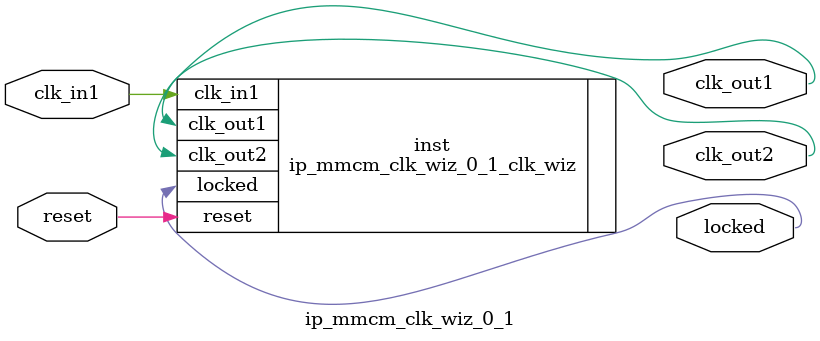
<source format=v>


`timescale 1ps/1ps

(* CORE_GENERATION_INFO = "ip_mmcm_clk_wiz_0_1,clk_wiz_v6_0_4_0_0,{component_name=ip_mmcm_clk_wiz_0_1,use_phase_alignment=true,use_min_o_jitter=false,use_max_i_jitter=false,use_dyn_phase_shift=false,use_inclk_switchover=false,use_dyn_reconfig=false,enable_axi=0,feedback_source=FDBK_AUTO,PRIMITIVE=MMCM,num_out_clk=2,clkin1_period=20.000,clkin2_period=10.0,use_power_down=false,use_reset=true,use_locked=true,use_inclk_stopped=false,feedback_type=SINGLE,CLOCK_MGR_TYPE=NA,manual_override=false}" *)

module ip_mmcm_clk_wiz_0_1 
 (
  // Clock out ports
  output        clk_out1,
  output        clk_out2,
  // Status and control signals
  input         reset,
  output        locked,
 // Clock in ports
  input         clk_in1
 );

  ip_mmcm_clk_wiz_0_1_clk_wiz inst
  (
  // Clock out ports  
  .clk_out1(clk_out1),
  .clk_out2(clk_out2),
  // Status and control signals               
  .reset(reset), 
  .locked(locked),
 // Clock in ports
  .clk_in1(clk_in1)
  );

endmodule

</source>
